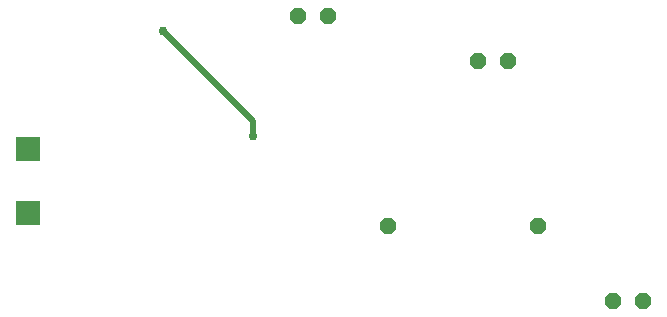
<source format=gbl>
G75*
%MOIN*%
%OFA0B0*%
%FSLAX25Y25*%
%IPPOS*%
%LPD*%
%AMOC8*
5,1,8,0,0,1.08239X$1,22.5*
%
%ADD10OC8,0.05200*%
%ADD11R,0.08268X0.08268*%
%ADD12C,0.02000*%
%ADD13C,0.02978*%
D10*
X0166000Y0056000D03*
X0216000Y0056000D03*
X0241000Y0031000D03*
X0251000Y0031000D03*
X0206000Y0111000D03*
X0196000Y0111000D03*
X0146000Y0126000D03*
X0136000Y0126000D03*
D11*
X0046000Y0060173D03*
X0046000Y0081827D03*
D12*
X0091000Y0121000D02*
X0121000Y0091000D01*
X0121000Y0086000D01*
D13*
X0121000Y0086000D03*
X0091000Y0121000D03*
M02*

</source>
